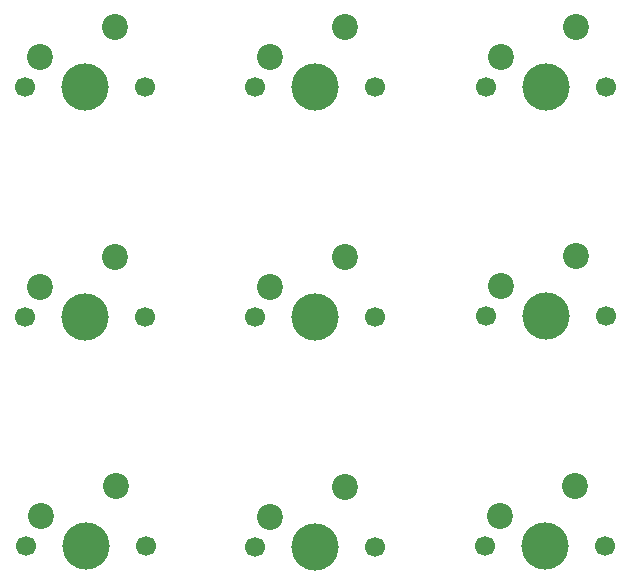
<source format=gbr>
%TF.GenerationSoftware,KiCad,Pcbnew,8.0.6*%
%TF.CreationDate,2024-10-28T02:11:40-04:00*%
%TF.ProjectId,macropad_schematic,6d616372-6f70-4616-945f-736368656d61,rev?*%
%TF.SameCoordinates,Original*%
%TF.FileFunction,Soldermask,Top*%
%TF.FilePolarity,Negative*%
%FSLAX46Y46*%
G04 Gerber Fmt 4.6, Leading zero omitted, Abs format (unit mm)*
G04 Created by KiCad (PCBNEW 8.0.6) date 2024-10-28 02:11:40*
%MOMM*%
%LPD*%
G01*
G04 APERTURE LIST*
%ADD10C,1.700000*%
%ADD11C,4.000000*%
%ADD12C,2.200000*%
G04 APERTURE END LIST*
D10*
%TO.C,SW6*%
X108230000Y-111580000D03*
D11*
X113310000Y-111580000D03*
D10*
X118390000Y-111580000D03*
D12*
X115850000Y-106500000D03*
X109500000Y-109040000D03*
%TD*%
D10*
%TO.C,SW5*%
X108230000Y-92040000D03*
D11*
X113310000Y-92040000D03*
D10*
X118390000Y-92040000D03*
D12*
X115850000Y-86960000D03*
X109500000Y-89500000D03*
%TD*%
D10*
%TO.C,SW8*%
X127770000Y-92000000D03*
D11*
X132850000Y-92000000D03*
D10*
X137930000Y-92000000D03*
D12*
X135390000Y-86920000D03*
X129040000Y-89460000D03*
%TD*%
D10*
%TO.C,SW1*%
X88730000Y-72580000D03*
D11*
X93810000Y-72580000D03*
D10*
X98890000Y-72580000D03*
D12*
X96350000Y-67500000D03*
X90000000Y-70040000D03*
%TD*%
D10*
%TO.C,SW2*%
X88730000Y-92080000D03*
D11*
X93810000Y-92080000D03*
D10*
X98890000Y-92080000D03*
D12*
X96350000Y-87000000D03*
X90000000Y-89540000D03*
%TD*%
D10*
%TO.C,SW3*%
X88770000Y-111500000D03*
D11*
X93850000Y-111500000D03*
D10*
X98930000Y-111500000D03*
D12*
X96390000Y-106420000D03*
X90040000Y-108960000D03*
%TD*%
D10*
%TO.C,SW4*%
X108230000Y-72580000D03*
D11*
X113310000Y-72580000D03*
D10*
X118390000Y-72580000D03*
D12*
X115850000Y-67500000D03*
X109500000Y-70040000D03*
%TD*%
D10*
%TO.C,SW9*%
X127690000Y-111500000D03*
D11*
X132770000Y-111500000D03*
D10*
X137850000Y-111500000D03*
D12*
X135310000Y-106420000D03*
X128960000Y-108960000D03*
%TD*%
D10*
%TO.C,SW7*%
X127730000Y-72580000D03*
D11*
X132810000Y-72580000D03*
D10*
X137890000Y-72580000D03*
D12*
X135350000Y-67500000D03*
X129000000Y-70040000D03*
%TD*%
M02*

</source>
